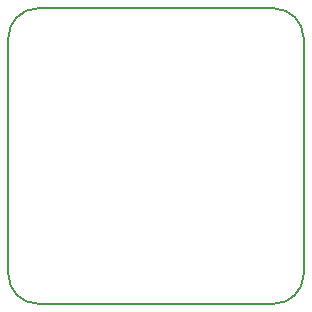
<source format=gm1>
G04 #@! TF.GenerationSoftware,KiCad,Pcbnew,(5.1.5)-3*
G04 #@! TF.CreationDate,2020-04-11T20:19:15+09:00*
G04 #@! TF.ProjectId,imxrt1020-breakout,696d7872-7431-4303-9230-2d627265616b,rev?*
G04 #@! TF.SameCoordinates,Original*
G04 #@! TF.FileFunction,Profile,NP*
%FSLAX46Y46*%
G04 Gerber Fmt 4.6, Leading zero omitted, Abs format (unit mm)*
G04 Created by KiCad (PCBNEW (5.1.5)-3) date 2020-04-11 20:19:15*
%MOMM*%
%LPD*%
G04 APERTURE LIST*
G04 #@! TA.AperFunction,Profile*
%ADD10C,0.150000*%
G04 #@! TD*
G04 APERTURE END LIST*
D10*
X136248000Y-109990000D02*
G75*
G02X133748000Y-107490000I0J2500000D01*
G01*
X158748000Y-107490000D02*
G75*
G02X156248000Y-109990000I-2500000J0D01*
G01*
X156248000Y-84990000D02*
G75*
G02X158748000Y-87490000I0J-2500000D01*
G01*
X133748000Y-87490000D02*
G75*
G02X136248000Y-84990000I2500000J0D01*
G01*
X158748000Y-107490000D02*
X158748000Y-87490000D01*
X136248000Y-109990000D02*
X156248000Y-109990000D01*
X133748000Y-87490000D02*
X133748000Y-107490000D01*
X156248000Y-84990000D02*
X136248000Y-84990000D01*
M02*

</source>
